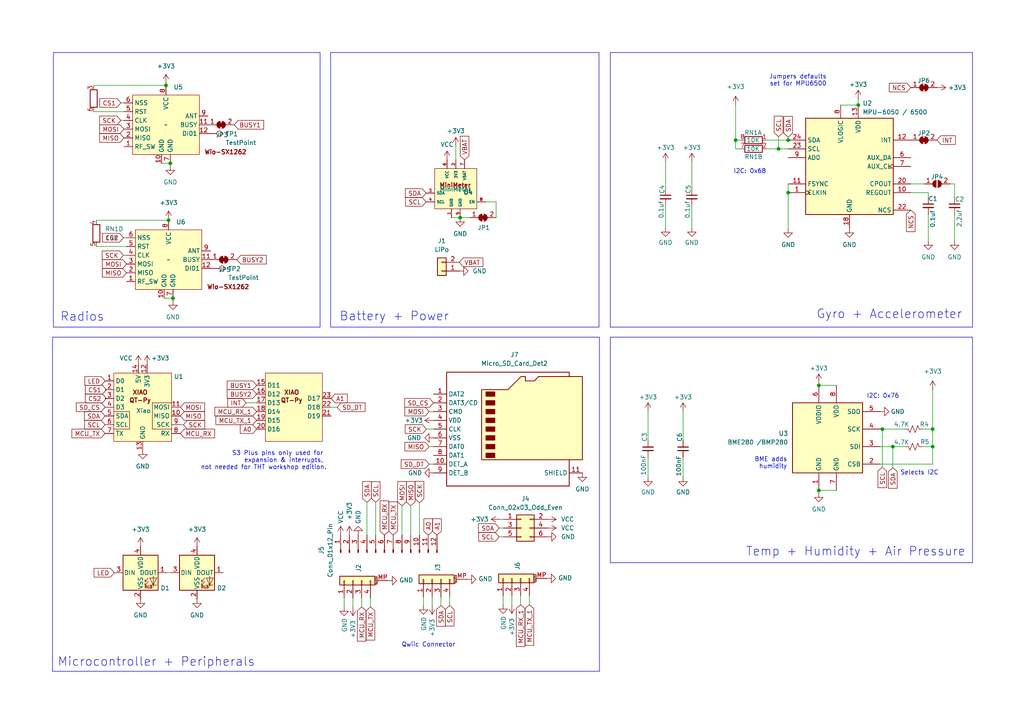
<source format=kicad_sch>
(kicad_sch (version 20250114) (generator "eeschema") (generator_version "9.0")
  (paper "A4")
  (lib_symbols
    (symbol "Connector:Conn_01x12_Pin" (pin_names (offset 1.016) (hide yes))
      (property "Reference" "J" (at 0 15.24 0))
      (property "Value" "Conn_01x12_Pin" (at 0 -17.78 0))
      (symbol "Conn_01x12_Pin_1_1"
        (pin passive line (at 5.08 12.7 180) (length 3.81) (name "Pin_1") (number "1"))
        (pin passive line (at 5.08 10.16 180) (length 3.81) (name "Pin_2") (number "2"))
        (pin passive line (at 5.08 7.62 180) (length 3.81) (name "Pin_3") (number "3"))
        (pin passive line (at 5.08 5.08 180) (length 3.81) (name "Pin_4") (number "4"))
        (pin passive line (at 5.08 2.54 180) (length 3.81) (name "Pin_5") (number "5"))
        (pin passive line (at 5.08 0 180) (length 3.81) (name "Pin_6") (number "6"))
        (pin passive line (at 5.08 -2.54 180) (length 3.81) (name "Pin_7") (number "7"))
        (pin passive line (at 5.08 -5.08 180) (length 3.81) (name "Pin_8") (number "8"))
        (pin passive line (at 5.08 -7.62 180) (length 3.81) (name "Pin_9") (number "9"))
        (pin passive line (at 5.08 -10.16 180) (length 3.81) (name "Pin_10") (number "10"))
        (pin passive line (at 5.08 -12.7 180) (length 3.81) (name "Pin_11") (number "11"))
        (pin passive line (at 5.08 -15.24 180) (length 3.81) (name "Pin_12") (number "12"))
      )
    )
    (symbol "Connector:Micro_SD_Card_Det2"
      (property "Reference" "J" (at -16.51 17.78 0))
      (property "Value" "Micro_SD_Card_Det2" (at 16.51 17.78 0))
      (symbol "Micro_SD_Card_Det2_1_1"
        (pin bidirectional line (at -22.86 10.16 0) (length 3.81) (name "DAT2") (number "1"))
        (pin bidirectional line (at -22.86 7.62 0) (length 3.81) (name "DAT3/CD") (number "2"))
        (pin input line (at -22.86 5.08 0) (length 3.81) (name "CMD") (number "3"))
        (pin power_in line (at -22.86 2.54 0) (length 3.81) (name "VDD") (number "4"))
        (pin input line (at -22.86 0 0) (length 3.81) (name "CLK") (number "5"))
        (pin power_in line (at -22.86 -2.54 0) (length 3.81) (name "VSS") (number "6"))
        (pin bidirectional line (at -22.86 -5.08 0) (length 3.81) (name "DAT0") (number "7"))
        (pin bidirectional line (at -22.86 -7.62 0) (length 3.81) (name "DAT1") (number "8"))
        (pin passive line (at -22.86 -10.16 0) (length 3.81) (name "DET_A") (number "10"))
        (pin passive line (at -22.86 -12.7 0) (length 3.81) (name "DET_B") (number "9"))
        (pin passive line (at 20.32 -12.7 180) (length 3.81) (name "SHIELD") (number "11"))
      )
    )
    (symbol "Connector:TestPoint" (pin_numbers (hide yes)) (pin_names (offset 0.762) (hide yes))
      (property "Reference" "TP" (at 0 6.858 0))
      (property "Value" "TestPoint" (at 0 5.08 0))
      (symbol "TestPoint_1_1"
        (pin passive line (at 0 0 90) (length 2.54) (name "1") (number "1"))
      )
    )
    (symbol "Connector_Generic:Conn_01x02" (pin_names (offset 1.016) (hide yes))
      (property "Reference" "J" (at 0 2.54 0))
      (property "Value" "Conn_01x02" (at 0 -5.08 0))
      (symbol "Conn_01x02_1_1"
        (pin passive line (at -5.08 0 0) (length 3.81) (name "Pin_1") (number "1"))
        (pin passive line (at -5.08 -2.54 0) (length 3.81) (name "Pin_2") (number "2"))
      )
    )
    (symbol "Connector_Generic:Conn_02x03_Odd_Even" (pin_names (offset 1.016) (hide yes))
      (property "Reference" "J" (at 1.27 5.08 0))
      (property "Value" "Conn_02x03_Odd_Even" (at 1.27 -5.08 0))
      (symbol "Conn_02x03_Odd_Even_1_1"
        (pin passive line (at -5.08 2.54 0) (length 3.81) (name "Pin_1") (number "1"))
        (pin passive line (at -5.08 0 0) (length 3.81) (name "Pin_3") (number "3"))
        (pin passive line (at -5.08 -2.54 0) (length 3.81) (name "Pin_5") (number "5"))
        (pin passive line (at 7.62 2.54 180) (length 3.81) (name "Pin_2") (number "2"))
        (pin passive line (at 7.62 0 180) (length 3.81) (name "Pin_4") (number "4"))
        (pin passive line (at 7.62 -2.54 180) (length 3.81) (name "Pin_6") (number "6"))
      )
    )
    (symbol "Connector_Generic_MountingPin:Conn_01x04_MountingPin" (pin_names (offset 1.016) (hide yes))
      (property "Reference" "J" (at 0 5.08 0))
      (property "Value" "Conn_01x04_MountingPin" (at 1.27 -7.62 0))
      (symbol "Conn_01x04_MountingPin_1_1"
        (text "Mounting" (at 0 -6.731 0) (effects (font (size 0.381 0.381))))
        (pin passive line (at -5.08 2.54 0) (length 3.81) (name "Pin_1") (number "1"))
        (pin passive line (at -5.08 0 0) (length 3.81) (name "Pin_2") (number "2"))
        (pin passive line (at -5.08 -2.54 0) (length 3.81) (name "Pin_3") (number "3"))
        (pin passive line (at -5.08 -5.08 0) (length 3.81) (name "Pin_4") (number "4"))
        (pin passive line (at 0 -10.16 90) (length 3.048) (name "MountPin") (number "MP"))
      )
    )
    (symbol "Device:C_Small" (pin_numbers (hide yes)) (pin_names (offset 0.254) (hide yes))
      (property "Reference" "C" (at 0.254 1.778 0))
      (property "Value" "C_Small" (at 0.254 -2.032 0))
      (symbol "C_Small_1_1"
        (pin passive line (at 0 2.54 270) (length 2.032) (name "~") (number "1"))
        (pin passive line (at 0 -2.54 90) (length 2.032) (name "~") (number "2"))
      )
    )
    (symbol "Device:R_Pack04_Split" (pin_names (offset 0) (hide yes))
      (property "Reference" "RN" (at 2.032 0 90))
      (property "Value" "R_Pack04_Split" (at 0 0 90))
      (symbol "R_Pack04_Split_1_1"
        (pin passive line (at 0 3.81 270) (length 1.27) (name "R1.2") (number "8"))
        (pin passive line (at 0 -3.81 90) (length 1.27) (name "R1.1") (number "1"))
      )
      (symbol "R_Pack04_Split_2_1"
        (pin passive line (at 0 3.81 270) (length 1.27) (name "R2.2") (number "7"))
        (pin passive line (at 0 -3.81 90) (length 1.27) (name "R2.1") (number "2"))
      )
      (symbol "R_Pack04_Split_3_1"
        (pin passive line (at 0 3.81 270) (length 1.27) (name "R3.2") (number "6"))
        (pin passive line (at 0 -3.81 90) (length 1.27) (name "R3.1") (number "3"))
      )
      (symbol "R_Pack04_Split_4_1"
        (pin passive line (at 0 3.81 270) (length 1.27) (name "R4.2") (number "5"))
        (pin passive line (at 0 -3.81 90) (length 1.27) (name "R4.1") (number "4"))
      )
    )
    (symbol "Device:R_Small_US" (pin_numbers (hide yes)) (pin_names (offset 0.254) (hide yes))
      (property "Reference" "R" (at 0.762 0.508 0))
      (property "Value" "R_Small_US" (at 0.762 -1.016 0))
      (symbol "R_Small_US_1_1"
        (pin passive line (at 0 2.54 270) (length 1.016) (name "~") (number "1"))
        (pin passive line (at 0 -2.54 90) (length 1.016) (name "~") (number "2"))
      )
    )
    (symbol "Jumper:SolderJumper_2_Bridged" (pin_names (offset 0) (hide yes))
      (property "Reference" "JP" (at 0 2.032 0))
      (property "Value" "SolderJumper_2_Bridged" (at 0 -2.54 0))
      (symbol "SolderJumper_2_Bridged_1_1"
        (pin passive line (at -3.81 0 0) (length 2.54) (name "A") (number "1"))
        (pin passive line (at 3.81 0 180) (length 2.54) (name "B") (number "2"))
      )
    )
    (symbol "Jumper:SolderJumper_2_Open" (pin_names (offset 0) (hide yes))
      (property "Reference" "JP" (at 0 2.032 0))
      (property "Value" "SolderJumper_2_Open" (at 0 -2.54 0))
      (symbol "SolderJumper_2_Open_1_1"
        (pin passive line (at -3.81 0 0) (length 2.54) (name "A") (number "1"))
        (pin passive line (at 3.81 0 180) (length 2.54) (name "B") (number "2"))
      )
    )
    (symbol "LED:SK6812MINI" (pin_names (offset 0.254))
      (property "Reference" "D" (at 5.08 5.715 0))
      (property "Value" "SK6812MINI" (at 1.27 -5.715 0))
      (symbol "SK6812MINI_0_0"
        (text "RGB" (at 2.286 -4.191 0) (effects (font (size 0.762 0.762))))
      )
      (symbol "SK6812MINI_1_1"
        (pin input line (at -7.62 0 0) (length 2.54) (name "DIN") (number "3"))
        (pin power_in line (at 0 7.62 270) (length 2.54) (name "VDD") (number "4"))
        (pin power_in line (at 0 -7.62 90) (length 2.54) (name "VSS") (number "2"))
        (pin output line (at 7.62 0 180) (length 2.54) (name "DOUT") (number "1"))
      )
    )
    (symbol "MicroControllers:XIAO / QT-Py ESP32"
      (property "Reference" "U1" (at 10.414 8.89 0))
      (property "Value" "Xiao" (at 0.254 -1.016 0))
      (symbol "XIAO / QT-Py ESP32_1_1"
        (text "XIAO" (at -0.762 4.318 0) (effects (font (size 1.27 1.27) (bold yes))))
        (text "QT-Py" (at -0.762 2.032 0) (effects (font (size 1.27 1.27) (bold yes))))
        (text "XIAO" (at 43.18 4.318 0) (effects (font (size 1.27 1.27) (bold yes))))
        (text "QT-Py" (at 43.18 2.032 0) (effects (font (size 1.27 1.27) (bold yes))))
        (pin bidirectional line (at -10.922 7.62 0) (length 2.54) (name "D0") (number "1"))
        (pin bidirectional line (at -10.922 5.08 0) (length 2.54) (name "D1") (number "2"))
        (pin bidirectional line (at -10.922 2.54 0) (length 2.54) (name "D2") (number "3"))
        (pin bidirectional line (at -10.922 0 0) (length 2.54) (name "D3") (number "4"))
        (pin bidirectional line (at -10.922 -2.54 0) (length 2.54) (name "SDA") (number "5"))
        (pin bidirectional line (at -10.922 -5.08 0) (length 2.54) (name "SCL") (number "6"))
        (pin bidirectional line (at -10.922 -7.62 0) (length 2.54) (name "TX") (number "7"))
        (pin power_in line (at -1.27 12.446 270) (length 2.54) (name "5V") (number "14"))
        (pin bidirectional line (at 0 -12.446 90) (length 2.54) (name "GND") (number "13"))
        (pin power_out line (at 1.27 12.446 270) (length 2.54) (name "3V3") (number "12"))
        (pin bidirectional line (at 10.922 0 180) (length 2.54) (name "MOSI") (number "11"))
        (pin bidirectional line (at 10.922 -2.54 180) (length 2.54) (name "MISO") (number "10"))
        (pin bidirectional line (at 10.922 -5.08 180) (length 2.54) (name "SCK") (number "9"))
        (pin bidirectional line (at 10.922 -7.62 180) (length 2.54) (name "RX") (number "8"))
        (pin bidirectional line (at 33.02 6.35 0) (length 2.54) (name "D11") (number "15"))
        (pin bidirectional line (at 33.02 3.81 0) (length 2.54) (name "D12") (number "16"))
        (pin bidirectional line (at 33.02 1.27 0) (length 2.54) (name "D13") (number "17"))
        (pin bidirectional line (at 33.02 -1.27 0) (length 2.54) (name "D14") (number "18"))
        (pin bidirectional line (at 33.02 -3.81 0) (length 2.54) (name "D15") (number "19"))
        (pin bidirectional line (at 33.02 -6.35 0) (length 2.54) (name "D16") (number "20"))
        (pin bidirectional line (at 54.61 2.54 180) (length 2.54) (name "D17") (number "23"))
        (pin bidirectional line (at 54.61 0 180) (length 2.54) (name "D18") (number "22"))
        (pin bidirectional line (at 54.61 -2.54 180) (length 2.54) (name "D19") (number "21"))
      )
    )
    (symbol "PicoCharge:MiniMeter"
      (property "Reference" "U" (at 3.556 -1.016 0))
      (symbol "MiniMeter_1_1"
        (text "MiniMeter" (at -4.826 1.016 0) (effects (font (size 1.27 1.27) (bold yes)) (justify left)))
        (pin input line (at -8.636 -1.27 0) (length 2.54) (name "SDA") (number "3"))
        (pin output line (at -8.636 -3.81 0) (length 2.54) (name "SCL") (number "4"))
        (pin power_in line (at -2.54 8.382 270) (length 2.54) (name "VCC") (number "6"))
        (pin passive line (at -1.27 -8.382 90) (length 2.54) (name "GND") (number "1"))
        (pin power_out line (at 0 8.382 270) (length 2.54) (name "3V3") (number "2"))
        (pin passive line (at 1.27 -8.382 90) (length 2.54) (name "GND") (number "5"))
        (pin power_in line (at 2.54 8.382 270) (length 2.54) (name "VBAT") (number "7"))
        (pin passive line (at 8.636 -3.81 180) (length 2.54) (name "EN") (number "8"))
      )
    )
    (symbol "Seeed:Wio-SX1262"
      (property "Reference" "U" (at 0 0 0))
      (symbol "Wio-SX1262_0_0"
        (pin unspecified line (at -12.192 6.35 0) (length 2.54) (name "NSS") (number "6"))
        (pin unspecified line (at -12.192 3.81 0) (length 2.54) (name "RST") (number "5"))
        (pin unspecified line (at -12.192 1.27 0) (length 2.54) (name "CLK") (number "4"))
        (pin unspecified line (at -12.192 -1.27 0) (length 2.54) (name "MOSI") (number "3"))
        (pin unspecified line (at -12.192 -3.81 0) (length 2.54) (name "MISO") (number "2"))
        (pin unspecified line (at -12.192 -6.35 0) (length 2.54) (name "RF_SW") (number "1"))
        (pin unspecified line (at -1.27 -11.176 90) (length 2.54) (name "GND") (number "10"))
        (pin power_in line (at 0 11.176 270) (length 2.54) (name "VCC") (number "8"))
        (pin power_in line (at 1.27 -11.176 90) (length 2.54) (name "GND") (number "7"))
        (pin unspecified line (at 12.192 2.54 180) (length 2.54) (name "ANT") (number "9"))
        (pin unspecified line (at 12.192 0 180) (length 2.54) (name "BUSY") (number "11"))
        (pin unspecified line (at 12.192 -2.54 180) (length 2.54) (name "DI01") (number "12"))
      )
      (symbol "Wio-SX1262_1_1"
        (text "Wio-SX1262" (at 17.272 -7.874 0) (effects (font (size 1.27 1.27) (bold yes))))
      )
    )
    (symbol "Sensor:BME280"
      (property "Reference" "U" (at -8.89 11.43 0))
      (property "Value" "BME280" (at 7.62 11.43 0))
      (symbol "BME280_1_1"
        (pin power_in line (at -2.54 15.24 270) (length 5.08) (name "VDDIO") (number "6"))
        (pin power_in line (at -2.54 -15.24 90) (length 5.08) (name "GND") (number "1"))
        (pin power_in line (at 2.54 15.24 270) (length 5.08) (name "VDD") (number "8"))
        (pin power_in line (at 2.54 -15.24 90) (length 5.08) (name "GND") (number "7"))
        (pin bidirectional line (at 15.24 7.62 180) (length 5.08) (name "SDO") (number "5"))
        (pin input line (at 15.24 2.54 180) (length 5.08) (name "SCK") (number "4"))
        (pin bidirectional line (at 15.24 -2.54 180) (length 5.08) (name "SDI") (number "3"))
        (pin input line (at 15.24 -7.62 180) (length 5.08) (name "CSB") (number "2"))
      )
    )
    (symbol "Sensor_Motion:MPU-6050"
      (property "Reference" "U2" (at 2.1941 -16.129 0))
      (property "Value" "MPU-6050" (at 2.1941 -18.669 0))
      (symbol "MPU-6050_0_0"
        (text "" (at 12.7 -2.54 0) (effects (font (size 1.27 1.27))))
      )
      (symbol "MPU-6050_1_1"
        (pin bidirectional line (at -17.78 7.62 0) (length 5.08) (name "SDA") (number "24"))
        (pin input line (at -17.78 5.08 0) (length 5.08) (name "SCL") (number "23"))
        (pin input line (at -17.78 2.54 0) (length 5.08) (name "AD0") (number "9"))
        (pin input line (at -17.78 -5.08 0) (length 5.08) (name "FSYNC") (number "11"))
        (pin input clock (at -17.78 -7.62 0) (length 5.08) (name "CLKIN") (number "1"))
        (pin no_connect line (at -12.7 12.7 0) (length 2.54) (hide yes) (name "NC") (number "2"))
        (pin no_connect line (at -12.7 10.16 0) (length 2.54) (hide yes) (name "NC") (number "3"))
        (pin no_connect line (at -12.7 0 0) (length 2.54) (hide yes) (name "NC") (number "4"))
        (pin no_connect line (at -12.7 -2.54 0) (length 2.54) (hide yes) (name "NC") (number "5"))
        (pin no_connect line (at -12.7 -10.16 0) (length 2.54) (hide yes) (name "NC") (number "14"))
        (pin power_in line (at -2.54 17.78 270) (length 3.81) (name "VLOGIC") (number "8"))
        (pin power_in line (at 0 -17.78 90) (length 3.81) (name "GND") (number "18"))
        (pin power_in line (at 2.54 17.78 270) (length 3.81) (name "VDD") (number "13"))
        (pin no_connect line (at 12.7 12.7 180) (length 2.54) (hide yes) (name "NC") (number "15"))
        (pin no_connect line (at 12.7 10.16 180) (length 2.54) (hide yes) (name "NC") (number "16"))
        (pin no_connect line (at 12.7 5.08 180) (length 2.54) (hide yes) (name "NC") (number "17"))
        (pin no_connect line (at 12.7 -2.54 180) (length 2.54) (hide yes) (name "RESV") (number "21"))
        (pin no_connect line (at 12.7 -10.16 180) (length 2.54) (hide yes) (name "RESV") (number "19"))
        (pin output line (at 17.78 7.62 180) (length 5.08) (name "INT") (number "12"))
        (pin bidirectional line (at 17.78 2.54 180) (length 5.08) (name "AUX_DA") (number "6"))
        (pin output clock (at 17.78 0 180) (length 5.08) (name "AUX_CL") (number "7"))
        (pin passive line (at 17.78 -5.08 180) (length 5.08) (name "CPOUT") (number "20"))
        (pin passive line (at 17.78 -7.62 180) (length 5.08) (name "REGOUT") (number "10"))
        (pin input line (at 17.78 -12.7 180) (length 5.08) (name "NCS") (number "22"))
      )
    )
    (symbol "Wio-SX1262_1"
      (property "Reference" "U" (at 0 0 0))
      (symbol "Wio-SX1262_1_0_0"
        (pin unspecified line (at -12.192 6.35 0) (length 2.54) (name "NSS") (number "6"))
        (pin unspecified line (at -12.192 3.81 0) (length 2.54) (name "RST") (number "5"))
        (pin unspecified line (at -12.192 1.27 0) (length 2.54) (name "CLK") (number "4"))
        (pin unspecified line (at -12.192 -1.27 0) (length 2.54) (name "MOSI") (number "3"))
        (pin unspecified line (at -12.192 -3.81 0) (length 2.54) (name "MISO") (number "2"))
        (pin unspecified line (at -12.192 -6.35 0) (length 2.54) (name "RF_SW") (number "1"))
        (pin unspecified line (at -1.27 -11.176 90) (length 2.54) (name "GND") (number "10"))
        (pin power_in line (at 0 11.176 270) (length 2.54) (name "VCC") (number "8"))
        (pin power_in line (at 1.27 -11.176 90) (length 2.54) (name "GND") (number "7"))
        (pin unspecified line (at 12.192 2.54 180) (length 2.54) (name "ANT") (number "9"))
        (pin unspecified line (at 12.192 0 180) (length 2.54) (name "BUSY") (number "11"))
        (pin unspecified line (at 12.192 -2.54 180) (length 2.54) (name "DI01") (number "12"))
      )
      (symbol "Wio-SX1262_1_1_1"
        (text "Wio-SX1262" (at 17.272 -7.874 0) (effects (font (size 1.27 1.27) (bold yes))))
      )
    )
    (symbol "power:+3V3" (power) (pin_names (offset 0))
      (property "Value" "+3V3" (at 0 3.556 0))
      (symbol "+3V3_1_1"
        (pin power_in line (at 0 0 90) (length 0) (hide yes) (name "+3V3") (number "1"))
      )
    )
    (symbol "power:GND" (power) (pin_names (offset 0))
      (property "Value" "GND" (at 0 -3.81 0))
      (symbol "GND_1_1"
        (pin power_in line (at 0 0 270) (length 0) (hide yes) (name "GND") (number "1"))
      )
    )
    (symbol "power:VCC" (power) (pin_names (offset 0))
      (property "Value" "VCC" (at 0 3.81 0))
      (symbol "VCC_1_1"
        (pin power_in line (at 0 0 90) (length 0) (hide yes) (name "VCC") (number "1"))
      )
    )
  )
  (rectangle (start 15.494 15.24) (end 92.837 94.869))
  (rectangle (start 95.885 15.24) (end 173.736 94.869))
  (text "Radios" (at 17.399 93.472 0) (effects (font (size 2.54 2.54)) (justify left bottom)))
  (text "Jumpers defaults\nset for MPU6500" (at 239.776 23.368 0) (effects (font (size 1.27 1.27)) (justify right)))
  (text "Microcontroller + Peripherals" (at 16.637 193.548 0) (effects (font (size 2.54 2.54)) (justify left bottom)))
  (text "BME adds\nhumidity" (at 228.346 134.366 0) (effects (font (size 1.27 1.27)) (justify right)))
  (text "I2C: 0x76" (at 251.333 115.697 0) (effects (font (size 1.27 1.27)) (justify left bottom)))
  (text "Gyro + Accelerometer" (at 236.728 92.71 0) (effects (font (size 2.54 2.54)) (justify left bottom)))
  (text "I2C: 0x68" (at 222.25 49.784 0) (effects (font (size 1.27 1.27)) (justify right)))
  (text "Temp + Humidity + Air Pressure" (at 216.281 161.544 0) (effects (font (size 2.54 2.54)) (justify left bottom)))
  (text "Selects I2C" (at 261.112 137.922 0) (effects (font (size 1.27 1.27)) (justify left bottom)))
  (text "Battery + Power" (at 98.425 93.345 0) (effects (font (size 2.54 2.54)) (justify left bottom)))
  (text "Qwiic Connector" (at 116.459 187.833 0) (effects (font (size 1.27 1.27)) (justify left bottom)))
  (text "S3 Plus pins only used for \nexpansion & interrupts, \nnot needed for THT workshop edition." (at 94.742 133.604 0) (effects (font (size 1.27 1.27)) (justify right)))
  (junction (at 213.36 40.64))
  (junction (at 225.806 43.18))
  (junction (at 48.133 24.765))
  (junction (at 255.905 124.46))
  (junction (at 237.49 142.24))
  (junction (at 133.477 63.119))
  (junction (at 50.165 86.487))
  (junction (at 228.6 55.88))
  (junction (at 258.953 129.54))
  (junction (at 237.49 111.76))
  (junction (at 49.403 47.371))
  (junction (at 228.6 40.64))
  (junction (at 270.51 129.54))
  (junction (at 48.895 63.881))
  (junction (at 248.92 30.48))
  (junction (at 270.51 124.46))
  (wire (pts (xy 243.84 30.48) (xy 248.92 30.48)))
  (wire (pts (xy 213.36 40.64) (xy 214.757 40.64)))
  (wire (pts (xy 213.36 30.48) (xy 213.36 40.64)))
  (wire (pts (xy 148.463 175.387) (xy 148.463 172.847)))
  (wire (pts (xy 248.92 28.702) (xy 248.92 30.48)))
  (polyline (pts (xy 15.24 194.691) (xy 173.863 194.691)))
  (wire (pts (xy 49.403 48.133) (xy 49.403 47.371)))
  (wire (pts (xy 187.96 119.38) (xy 187.96 127.635)))
  (polyline (pts (xy 15.24 97.79) (xy 15.24 194.691)))
  (wire (pts (xy 106.426 145.669) (xy 106.426 155.194)))
  (wire (pts (xy 269.24 62.23) (xy 269.24 69.85)))
  (wire (pts (xy 198.12 132.715) (xy 198.12 138.43)))
  (wire (pts (xy 48.895 63.881) (xy 48.895 64.135)))
  (wire (pts (xy 145.034 150.622) (xy 146.05 150.622)))
  (wire (pts (xy 237.49 110.998) (xy 237.49 111.76)))
  (wire (pts (xy 269.24 55.88) (xy 264.16 55.88)))
  (wire (pts (xy 269.24 57.15) (xy 269.24 55.88)))
  (polyline (pts (xy 173.863 97.79) (xy 173.863 194.691)))
  (wire (pts (xy 222.377 43.18) (xy 225.806 43.18)))
  (wire (pts (xy 71.374 116.84) (xy 74.422 116.84)))
  (wire (pts (xy 27.178 32.385) (xy 35.941 32.385)))
  (wire (pts (xy 107.442 176.022) (xy 107.442 173.482)))
  (wire (pts (xy 48.133 24.13) (xy 48.133 24.765)))
  (wire (pts (xy 35.052 34.925) (xy 35.941 34.925)))
  (wire (pts (xy 124.46 129.54) (xy 125.73 129.54)))
  (wire (pts (xy 213.36 40.64) (xy 213.36 43.18)))
  (wire (pts (xy 237.49 143.002) (xy 237.49 142.24)))
  (wire (pts (xy 102.362 176.022) (xy 102.362 173.482)))
  (wire (pts (xy 27.94 63.881) (xy 48.895 63.881)))
  (wire (pts (xy 228.6 39.751) (xy 228.6 40.64)))
  (wire (pts (xy 200.66 46.99) (xy 200.66 54.61)))
  (wire (pts (xy 276.86 53.34) (xy 275.59 53.34)))
  (polyline (pts (xy 173.863 97.79) (xy 15.24 97.79)))
  (wire (pts (xy 96.012 118.11) (xy 97.79 118.11)))
  (polyline (pts (xy 177.038 15.24) (xy 177.038 94.869)))
  (wire (pts (xy 48.133 24.765) (xy 48.133 25.019)))
  (wire (pts (xy 108.966 145.669) (xy 108.966 155.194)))
  (wire (pts (xy 130.429 175.641) (xy 130.429 173.101)))
  (wire (pts (xy 267.589 129.54) (xy 270.51 129.54)))
  (wire (pts (xy 127.889 173.101) (xy 127.889 175.641)))
  (wire (pts (xy 222.377 40.64) (xy 228.6 40.64)))
  (wire (pts (xy 237.49 142.24) (xy 242.57 142.24)))
  (wire (pts (xy 122.809 175.641) (xy 122.809 173.101)))
  (wire (pts (xy 255.27 124.46) (xy 255.905 124.46)))
  (wire (pts (xy 35.814 74.041) (xy 36.703 74.041)))
  (wire (pts (xy 246.38 66.04) (xy 246.38 66.294)))
  (wire (pts (xy 200.66 59.69) (xy 200.66 66.04)))
  (wire (pts (xy 187.96 132.715) (xy 187.96 138.43)))
  (wire (pts (xy 123.698 124.46) (xy 125.73 124.46)))
  (wire (pts (xy 255.27 134.62) (xy 270.51 134.62)))
  (wire (pts (xy 104.902 173.482) (xy 104.902 176.022)))
  (wire (pts (xy 53.213 123.19) (xy 52.324 123.19)))
  (wire (pts (xy 193.04 46.99) (xy 193.04 54.61)))
  (wire (pts (xy 237.49 111.76) (xy 242.57 111.76)))
  (wire (pts (xy 151.003 172.847) (xy 151.003 175.387)))
  (wire (pts (xy 255.905 124.46) (xy 262.509 124.46)))
  (wire (pts (xy 50.165 86.487) (xy 47.625 86.487)))
  (wire (pts (xy 125.349 175.641) (xy 125.349 173.101)))
  (wire (pts (xy 143.891 58.547) (xy 140.843 58.547)))
  (wire (pts (xy 49.403 47.371) (xy 46.863 47.371)))
  (wire (pts (xy 213.36 43.18) (xy 214.757 43.18)))
  (wire (pts (xy 255.27 129.54) (xy 258.953 129.54)))
  (wire (pts (xy 144.78 153.162) (xy 146.05 153.162)))
  (wire (pts (xy 136.271 63.119) (xy 133.477 63.119)))
  (wire (pts (xy 258.953 135.636) (xy 258.953 129.54)))
  (polyline (pts (xy 177.038 97.79) (xy 282.067 97.79)))
  (wire (pts (xy 228.6 53.34) (xy 228.6 55.88)))
  (wire (pts (xy 258.953 129.54) (xy 262.509 129.54)))
  (wire (pts (xy 228.6 66.294) (xy 228.6 55.88)))
  (wire (pts (xy 198.12 119.38) (xy 198.12 127.635)))
  (wire (pts (xy 132.207 42.418) (xy 132.207 46.355)))
  (wire (pts (xy 50.165 87.249) (xy 50.165 86.487)))
  (polyline (pts (xy 282.067 163.195) (xy 177.038 163.195)))
  (wire (pts (xy 121.666 145.796) (xy 121.666 155.194)))
  (wire (pts (xy 116.586 146.685) (xy 116.586 155.194)))
  (wire (pts (xy 255.905 135.509) (xy 255.905 124.46)))
  (wire (pts (xy 267.589 124.46) (xy 270.51 124.46)))
  (wire (pts (xy 30.861 115.57) (xy 30.48 115.57)))
  (wire (pts (xy 276.86 62.23) (xy 276.86 69.85)))
  (wire (pts (xy 193.04 59.69) (xy 193.04 66.04)))
  (wire (pts (xy 153.543 175.387) (xy 153.543 172.847)))
  (wire (pts (xy 27.94 71.501) (xy 36.703 71.501)))
  (wire (pts (xy 124.46 119.38) (xy 125.73 119.38)))
  (wire (pts (xy 225.806 43.18) (xy 228.6 43.18)))
  (wire (pts (xy 144.78 155.702) (xy 146.05 155.702)))
  (wire (pts (xy 35.052 29.845) (xy 35.941 29.845)))
  (polyline (pts (xy 177.038 94.869) (xy 282.067 94.869)))
  (wire (pts (xy 35.814 68.961) (xy 36.703 68.961)))
  (wire (pts (xy 27.178 24.765) (xy 48.133 24.765)))
  (wire (pts (xy 124.46 134.62) (xy 125.73 134.62)))
  (polyline (pts (xy 282.067 97.79) (xy 282.067 163.195)))
  (wire (pts (xy 225.806 39.624) (xy 225.806 43.18)))
  (wire (pts (xy 30.861 113.03) (xy 30.48 113.03)))
  (wire (pts (xy 130.937 63.119) (xy 133.477 63.119)))
  (wire (pts (xy 270.51 113.03) (xy 270.51 124.46)))
  (wire (pts (xy 270.51 124.46) (xy 270.51 129.54)))
  (wire (pts (xy 270.51 134.62) (xy 270.51 129.54)))
  (wire (pts (xy 267.97 53.34) (xy 264.16 53.34)))
  (wire (pts (xy 49.53 166.116) (xy 48.387 166.116)))
  (wire (pts (xy 145.923 175.387) (xy 145.923 172.847)))
  (polyline (pts (xy 282.067 94.869) (xy 282.067 15.24)))
  (wire (pts (xy 143.891 63.119) (xy 143.891 58.547)))
  (polyline (pts (xy 282.067 15.24) (xy 177.038 15.24)))
  (polyline (pts (xy 177.038 163.195) (xy 177.038 97.79)))
  (wire (pts (xy 48.895 63.754) (xy 48.895 63.881)))
  (wire (pts (xy 119.126 146.685) (xy 119.126 155.194)))
  (wire (pts (xy 99.822 176.022) (xy 99.822 173.482)))
  (wire (pts (xy 276.86 53.34) (xy 276.86 57.15)))
  (global_label "MOSI" (shape input) (at 116.586 146.685 90) (property "Intersheetrefs" "${INTERSHEET_REFS}" (effects (hide yes))))
  (global_label "MISO" (shape input) (at 35.941 40.005 180) (property "Intersheetrefs" "${INTERSHEET_REFS}" (effects (hide yes))))
  (global_label "SDA" (shape input) (at 228.6 39.751 90) (property "Intersheetrefs" "${INTERSHEET_REFS}" (effects (hide yes))))
  (global_label "A0" (shape input) (at 124.206 155.194 90) (property "Intersheetrefs" "${INTERSHEET_REFS}" (effects (hide yes))))
  (global_label "MOSI" (shape input) (at 36.703 76.581 180) (property "Intersheetrefs" "${INTERSHEET_REFS}" (effects (hide yes))))
  (global_label "NCS" (shape input) (at 264.16 25.4 180) (property "Intersheetrefs" "${INTERSHEET_REFS}" (effects (hide yes))))
  (global_label "MCU_RX" (shape input) (at 52.324 125.73 0) (property "Intersheetrefs" "${INTERSHEET_REFS}" (effects (hide yes))))
  (global_label "CS1" (shape input) (at 35.052 29.845 180) (property "Intersheetrefs" "${INTERSHEET_REFS}" (effects (hide yes))))
  (global_label "MCU_TX" (shape input) (at 107.442 176.022 270) (property "Intersheetrefs" "${INTERSHEET_REFS}" (effects (hide yes))))
  (global_label "CS1" (shape input) (at 30.861 113.03 180) (property "Intersheetrefs" "${INTERSHEET_REFS}" (effects (hide yes))))
  (global_label "BUSY1" (shape input) (at 67.945 36.195 0) (property "Intersheetrefs" "${INTERSHEET_REFS}" (effects (hide yes))))
  (global_label "SCL" (shape input) (at 225.806 39.624 90) (property "Intersheetrefs" "${INTERSHEET_REFS}" (effects (hide yes))))
  (global_label "NCS" (shape input) (at 264.16 60.96 270) (property "Intersheetrefs" "${INTERSHEET_REFS}" (effects (hide yes))))
  (global_label "MISO" (shape input) (at 36.703 79.121 180) (property "Intersheetrefs" "${INTERSHEET_REFS}" (effects (hide yes))))
  (global_label "SDA" (shape input) (at 144.78 153.162 180) (property "Intersheetrefs" "${INTERSHEET_REFS}" (effects (hide yes))))
  (global_label "BUSY1" (shape input) (at 74.422 111.76 180) (property "Intersheetrefs" "${INTERSHEET_REFS}" (effects (hide yes))))
  (global_label "MCU_RX_1" (shape input) (at 151.003 175.387 270) (property "Intersheetrefs" "${INTERSHEET_REFS}" (effects (hide yes))))
  (global_label "MCU_RX" (shape input) (at 104.902 176.022 270) (property "Intersheetrefs" "${INTERSHEET_REFS}" (effects (hide yes))))
  (global_label "MCU_TX_1" (shape input) (at 153.543 175.387 270) (property "Intersheetrefs" "${INTERSHEET_REFS}" (effects (hide yes))))
  (global_label "A0" (shape input) (at 74.422 124.46 180) (property "Intersheetrefs" "${INTERSHEET_REFS}" (effects (hide yes))))
  (global_label "SDA" (shape input) (at 258.953 135.636 270) (property "Intersheetrefs" "${INTERSHEET_REFS}" (effects (hide yes))))
  (global_label "MCU_TX" (shape input) (at 114.046 155.194 90) (property "Intersheetrefs" "${INTERSHEET_REFS}" (effects (hide yes))))
  (global_label "SCL" (shape input) (at 30.48 123.19 180) (property "Intersheetrefs" "${INTERSHEET_REFS}" (effects (hide yes))))
  (global_label "SCK" (shape input) (at 123.698 124.46 180) (property "Intersheetrefs" "${INTERSHEET_REFS}" (effects (hide yes))))
  (global_label "SCL" (shape input) (at 108.966 145.669 90) (property "Intersheetrefs" "${INTERSHEET_REFS}" (effects (hide yes))))
  (global_label "SD_DT" (shape input) (at 124.46 134.62 180) (property "Intersheetrefs" "${INTERSHEET_REFS}" (effects (hide yes))))
  (global_label "SCL" (shape input) (at 123.571 58.547 180) (property "Intersheetrefs" "${INTERSHEET_REFS}" (effects (hide yes))))
  (global_label "SCK" (shape input) (at 53.213 123.19 0) (property "Intersheetrefs" "${INTERSHEET_REFS}" (effects (hide yes))))
  (global_label "BUSY2" (shape input) (at 74.422 114.3 180) (property "Intersheetrefs" "${INTERSHEET_REFS}" (effects (hide yes))))
  (global_label "LED" (shape input) (at 33.147 166.116 180) (property "Intersheetrefs" "${INTERSHEET_REFS}" (effects (hide yes))))
  (global_label "MISO" (shape input) (at 124.46 129.54 180) (property "Intersheetrefs" "${INTERSHEET_REFS}" (effects (hide yes))))
  (global_label "MCU_RX_1" (shape input) (at 74.422 119.38 180) (property "Intersheetrefs" "${INTERSHEET_REFS}" (effects (hide yes))))
  (global_label "SDA" (shape input) (at 127.889 175.641 270) (property "Intersheetrefs" "${INTERSHEET_REFS}" (effects (hide yes))))
  (global_label "SCL" (shape input) (at 255.905 135.509 270) (property "Intersheetrefs" "${INTERSHEET_REFS}" (effects (hide yes))))
  (global_label "SCL" (shape input) (at 144.78 155.702 180) (property "Intersheetrefs" "${INTERSHEET_REFS}" (effects (hide yes))))
  (global_label "VBAT" (shape input) (at 134.747 46.355 90) (property "Intersheetrefs" "${INTERSHEET_REFS}" (effects (hide yes))))
  (global_label "SDA" (shape input) (at 123.571 56.007 180) (property "Intersheetrefs" "${INTERSHEET_REFS}" (effects (hide yes))))
  (global_label "INT" (shape input) (at 71.374 116.84 180) (property "Intersheetrefs" "${INTERSHEET_REFS}" (effects (hide yes))))
  (global_label "A1" (shape input) (at 96.012 115.57 0) (property "Intersheetrefs" "${INTERSHEET_REFS}" (effects (hide yes))))
  (global_label "MOSI" (shape input) (at 35.941 37.465 180) (property "Intersheetrefs" "${INTERSHEET_REFS}" (effects (hide yes))))
  (global_label "SCL" (shape input) (at 130.429 175.641 270) (property "Intersheetrefs" "${INTERSHEET_REFS}" (effects (hide yes))))
  (global_label "SCK" (shape input) (at 35.814 74.041 180) (property "Intersheetrefs" "${INTERSHEET_REFS}" (effects (hide yes))))
  (global_label "MCU_RX" (shape input) (at 111.506 155.194 90) (property "Intersheetrefs" "${INTERSHEET_REFS}" (effects (hide yes))))
  (global_label "LED" (shape input) (at 30.48 110.49 180) (property "Intersheetrefs" "${INTERSHEET_REFS}" (effects (hide yes))))
  (global_label "SD_DT" (shape input) (at 97.79 118.11 0) (property "Intersheetrefs" "${INTERSHEET_REFS}" (effects (hide yes))))
  (global_label "MCU_TX_1" (shape input) (at 74.422 121.92 180) (property "Intersheetrefs" "${INTERSHEET_REFS}" (effects (hide yes))))
  (global_label "SD_CS" (shape input) (at 30.48 118.11 180) (property "Intersheetrefs" "${INTERSHEET_REFS}" (effects (hide yes))))
  (global_label "SDA" (shape input) (at 30.48 120.65 180) (property "Intersheetrefs" "${INTERSHEET_REFS}" (effects (hide yes))))
  (global_label "A1" (shape input) (at 126.746 155.194 90) (property "Intersheetrefs" "${INTERSHEET_REFS}" (effects (hide yes))))
  (global_label "MCU_TX" (shape input) (at 30.48 125.73 180) (property "Intersheetrefs" "${INTERSHEET_REFS}" (effects (hide yes))))
  (global_label "INT" (shape input) (at 271.78 40.64 0) (property "Intersheetrefs" "${INTERSHEET_REFS}" (effects (hide yes))))
  (global_label "MOSI" (shape input) (at 124.46 119.38 180) (property "Intersheetrefs" "${INTERSHEET_REFS}" (effects (hide yes))))
  (global_label "SCK" (shape input) (at 35.052 34.925 180) (property "Intersheetrefs" "${INTERSHEET_REFS}" (effects (hide yes))))
  (global_label "CS2" (shape input) (at 35.814 68.961 180) (property "Intersheetrefs" "${INTERSHEET_REFS}" (effects (hide yes))))
  (global_label "MOSI" (shape input) (at 52.324 118.11 0) (property "Intersheetrefs" "${INTERSHEET_REFS}" (effects (hide yes))))
  (global_label "MISO" (shape input) (at 52.324 120.65 0) (property "Intersheetrefs" "${INTERSHEET_REFS}" (effects (hide yes))))
  (global_label "SDA" (shape input) (at 106.426 145.669 90) (property "Intersheetrefs" "${INTERSHEET_REFS}" (effects (hide yes))))
  (global_label "VBAT" (shape input) (at 133.223 76.073 0) (property "Intersheetrefs" "${INTERSHEET_REFS}" (effects (hide yes))))
  (global_label "SD_CS" (shape input) (at 125.73 116.84 180) (property "Intersheetrefs" "${INTERSHEET_REFS}" (effects (hide yes))))
  (global_label "BUSY2" (shape input) (at 68.707 75.311 0) (property "Intersheetrefs" "${INTERSHEET_REFS}" (effects (hide yes))))
  (global_label "CS2" (shape input) (at 30.861 115.57 180) (property "Intersheetrefs" "${INTERSHEET_REFS}" (effects (hide yes))))
  (global_label "SCK" (shape input) (at 121.666 145.796 90) (property "Intersheetrefs" "${INTERSHEET_REFS}" (effects (hide yes))))
  (global_label "MISO" (shape input) (at 119.126 146.685 90) (property "Intersheetrefs" "${INTERSHEET_REFS}" (effects (hide yes))))
  (symbol (lib_id "Connector_Generic:Conn_02x03_Odd_Even") (at 151.13 153.162 0) (unit 1)
    (property "Reference" "J4" (at 152.4 144.653 0))
    (property "Value" "Conn_02x03_Odd_Even" (at 152.4 147.193 0))
  )
  (symbol (lib_id "power:GND") (at 99.822 176.022 0) (unit 1)
    (property "Reference" "#PWR030" (effects (hide yes)))
    (property "Value" "GND" (at 99.949 179.2732 90) (effects (justify right)))
  )
  (symbol (lib_id "power:VCC") (at 40.132 105.664 0) (unit 1)
    (property "Reference" "#PWR028" (effects (hide yes)))
    (property "Value" "VCC" (at 36.576 103.886 0))
  )
  (symbol (lib_id "power:GND") (at 237.49 143.002 0) (unit 1)
    (property "Reference" "#PWR06" (effects (hide yes)))
    (property "Value" "GND" (at 237.49 147.701 0))
  )
  (symbol (lib_id "power:GND") (at 228.6 66.294 0) (unit 1)
    (property "Reference" "#PWR07" (effects (hide yes)))
    (property "Value" "GND" (at 228.6 70.993 0))
  )
  (symbol (lib_id "power:VCC") (at 158.75 150.622 270) (unit 1)
    (property "Reference" "#PWR037" (effects (hide yes)))
    (property "Value" "VCC" (at 162.687 150.622 90) (effects (justify left)))
  )
  (symbol (lib_id "power:GND") (at 193.04 66.04 0) (unit 1)
    (property "Reference" "#PWR012" (effects (hide yes)))
    (property "Value" "GND" (at 195.072 70.358 0) (effects (justify right)))
  )
  (symbol (lib_id "power:GND") (at 158.623 167.767 90) (unit 1)
    (property "Reference" "#PWR045" (effects (hide yes)))
    (property "Value" "GND" (at 161.8742 167.64 90) (effects (justify right)))
  )
  (symbol (lib_id "power:+3V3") (at 101.346 155.194 0) (mirror y) (unit 1)
    (property "Reference" "#PWR040" (effects (hide yes)))
    (property "Value" "+3V3" (at 101.346 150.876 90) (effects (justify left)))
  )
  (symbol (lib_id "Jumper:SolderJumper_2_Bridged") (at 64.897 75.311 0) (unit 1)
    (property "Reference" "JP5" (at 65.151 78.232 0))
    (property "Value" "SolderJumper_2_Bridged" (effects (hide yes)))
    (property "Footprint" "Jumper:SolderJumper-2_P1.3mm_Bridged_RoundedPad1.0x1.5mm" (effects (hide yes)))
  )
  (symbol (lib_id "Jumper:SolderJumper_2_Bridged") (at 267.97 25.4 0) (unit 1)
    (property "Reference" "JP6" (at 269.748 23.368 0) (effects (justify right)))
    (property "Value" "SolderJumper_2_Bridged" (effects (hide yes)))
    (property "Footprint" "Jumper:SolderJumper-2_P1.3mm_Bridged_RoundedPad1.0x1.5mm" (effects (hide yes)))
    (property "Description" "Solder Jumper, 2-pole, closed/bridged" (effects (hide yes)))
  )
  (symbol (lib_id "power:+3V3") (at 213.36 30.48 0) (unit 1)
    (property "Reference" "#PWR03" (effects (hide yes)))
    (property "Value" "+3V3" (at 213.36 25.146 0))
  )
  (symbol (lib_id "power:+3V3") (at 40.767 158.496 0) (unit 1)
    (property "Reference" "#PWR013" (effects (hide yes)))
    (property "Value" "+3V3" (at 40.767 153.543 0))
  )
  (symbol (lib_id "power:GND") (at 41.402 130.556 0) (unit 1)
    (property "Reference" "#PWR015" (effects (hide yes)))
    (property "Value" "GND" (at 41.402 135.255 0))
  )
  (symbol (lib_id "power:GND") (at 122.809 175.641 0) (unit 1)
    (property "Reference" "#PWR033" (effects (hide yes)))
    (property "Value" "GND" (at 122.936 178.8922 90) (effects (justify right)))
  )
  (symbol (lib_id "power:GND") (at 57.15 173.736 0) (unit 1)
    (property "Reference" "#PWR017" (effects (hide yes)))
    (property "Value" "GND" (at 57.15 178.435 0))
  )
  (symbol (lib_id "power:+3V3") (at 48.895 63.754 0) (unit 1)
    (property "Reference" "#PWR023" (effects (hide yes)))
    (property "Value" "+3V3" (at 48.895 58.801 0))
  )
  (symbol (lib_id "power:+3V3") (at 271.78 25.4 270) (unit 1)
    (property "Reference" "#PWR051" (effects (hide yes)))
    (property "Value" "+3V3" (at 277.622 25.4 90))
    (property "Description" "Power symbol creates a global label with name \"+3V3\"" (effects (hide yes)))
  )
  (symbol (lib_id "Device:R_Pack04_Split") (at 218.567 43.18 90) (unit 2)
    (property "Reference" "RN1" (at 218.567 45.466 90))
    (property "Value" "10K" (at 218.44 43.18 90))
    (property "Footprint" "Resistor_SMD:R_Array_Convex_4x0603" (effects (hide yes)))
  )
  (symbol (lib_id "power:GND") (at 269.24 69.85 0) (unit 1)
    (property "Reference" "#PWR05" (effects (hide yes)))
    (property "Value" "GND" (at 269.24 74.549 0))
  )
  (symbol (lib_id "Device:C_Small") (at 187.96 130.175 0) (mirror y) (unit 1)
    (property "Reference" "C3" (at 186.944 128.143 90) (effects (justify left)))
    (property "Value" "100nF" (at 186.69 137.922 90) (effects (justify left)))
    (property "Footprint" "Capacitor_SMD:C_0603_1608Metric_Pad1.08x0.95mm_HandSolder" (effects (hide yes)))
  )
  (symbol (lib_id "power:+3V3") (at 132.207 42.418 0) (unit 1)
    (property "Reference" "#PWR026" (effects (hide yes)))
    (property "Value" "+3V3" (at 132.207 37.973 0))
  )
  (symbol (lib_id "Device:R_Pack04_Split") (at 27.94 67.691 180) (unit 4)
    (property "Reference" "RN1" (at 30.48 66.4209 0) (effects (justify right)))
    (property "Value" "10K" (at 30.48 68.9609 0) (effects (justify right)))
    (property "Footprint" "Resistor_SMD:R_Array_Convex_4x0603" (effects (hide yes)))
  )
  (symbol (lib_id "power:VCC") (at 129.667 46.355 0) (unit 1)
    (property "Reference" "#PWR027" (effects (hide yes)))
    (property "Value" "VCC" (at 129.667 41.91 0))
  )
  (symbol (lib_id "power:GND") (at 49.403 48.133 0) (unit 1)
    (property "Reference" "#PWR022" (effects (hide yes)))
    (property "Value" "GND" (at 49.403 52.832 0))
  )
  (symbol (lib_id "power:GND") (at 112.522 168.402 90) (unit 1)
    (property "Reference" "#PWR032" (effects (hide yes)))
    (property "Value" "GND" (at 115.7732 168.275 90) (effects (justify right)))
  )
  (symbol (lib_id "LED:SK6812MINI") (at 57.15 166.116 0) (unit 1)
    (property "Reference" "D2" (at 64.262 170.561 0))
    (property "Value" "SK6812MINI" (effects (hide yes)))
    (property "Footprint" "LED_SMD:LED_SK6812MINI_PLCC4_3.5x3.5mm_P1.75mm" (effects (hide yes)))
    (property "Datasheet" "https://cdn-shop.adafruit.com/product-files/2686/SK6812MINI_REV.01-1-2.pdf" (effects (hide yes)))
  )
  (symbol (lib_id "MicroControllers:XIAO / QT-Py ESP32") (at 41.402 118.11 0) (unit 1)
    (property "Reference" "U1" (at 51.816 109.22 0))
    (property "Value" "Xiao" (at 41.656 119.126 0))
    (property "Footprint" "LyndLabs Footprints:XIAO-Generic" (effects (hide yes)))
  )
  (symbol (lib_id "power:+3V3") (at 42.672 105.664 0) (unit 1)
    (property "Reference" "#PWR08" (effects (hide yes)))
    (property "Value" "+3V3" (at 46.482 103.886 0))
  )
  (symbol (lib_id "power:+3V3") (at 57.15 158.496 0) (unit 1)
    (property "Reference" "#PWR016" (effects (hide yes)))
    (property "Value" "+3V3" (at 57.15 153.543 0))
  )
  (symbol (lib_id "PicoCharge:MiniMeter") (at 132.207 54.737 0) (unit 1) (in_bom no)
    (property "Reference" "U4" (at 135.763 55.753 0) (effects (font (bold yes))))
    (property "Value" "MiniMeter" (at 132.08 54.864 0))
  )
  (symbol (lib_id "power:+3V3") (at 193.04 46.99 0) (unit 1)
    (property "Reference" "#PWR018" (effects (hide yes)))
    (property "Value" "+3V3" (at 193.04 42.799 0))
  )
  (symbol (lib_id "Connector:TestPoint") (at 61.087 77.851 270) (unit 1)
    (property "Reference" "TP2" (at 66.167 77.978 90) (effects (justify left)))
    (property "Value" "TestPoint" (at 66.167 80.518 90) (effects (justify left)))
  )
  (symbol (lib_id "power:+3V3") (at 237.49 110.998 0) (unit 1)
    (property "Reference" "#PWR09" (effects (hide yes)))
    (property "Value" "+3V3" (at 237.49 106.807 0))
  )
  (symbol (lib_id "Device:C_Small") (at 193.04 57.15 0) (mirror y) (unit 1)
    (property "Reference" "C4" (at 192.024 56.261 90) (effects (justify left)))
    (property "Value" "0.1uf" (at 191.77 63.373 90) (effects (justify left)))
    (property "Footprint" "Capacitor_SMD:C_0603_1608Metric_Pad1.08x0.95mm_HandSolder" (effects (hide yes)))
  )
  (symbol (lib_id "Connector_Generic_MountingPin:Conn_01x04_MountingPin") (at 102.362 168.402 90) (unit 1)
    (property "Reference" "J2" (at 103.9876 165.989 0) (effects (justify left)))
    (property "Value" "Conn_01x04_MountingPin" (effects (hide yes)))
  )
  (symbol (lib_id "power:GND") (at 135.509 168.021 90) (unit 1)
    (property "Reference" "#PWR035" (effects (hide yes)))
    (property "Value" "GND" (at 138.7602 167.894 90) (effects (justify right)))
  )
  (symbol (lib_id "power:GND") (at 50.165 87.249 0) (unit 1)
    (property "Reference" "#PWR024" (effects (hide yes)))
    (property "Value" "GND" (at 50.165 91.948 0))
  )
  (symbol (lib_name "Wio-SX1262_1") (lib_id "Seeed:Wio-SX1262") (at 48.133 36.195 0) (unit 1)
    (property "Reference" "U5" (at 50.3271 25.273 0) (effects (justify left)))
    (property "Value" "~" (at 48.133 36.195 0))
  )
  (symbol (lib_id "power:GND") (at 145.923 175.387 0) (unit 1)
    (property "Reference" "#PWR043" (effects (hide yes)))
    (property "Value" "GND" (at 146.05 178.6382 90) (effects (justify right)))
  )
  (symbol (lib_id "Connector_Generic_MountingPin:Conn_01x04_MountingPin") (at 125.349 168.021 90) (unit 1)
    (property "Reference" "J3" (at 126.9746 165.862 0) (effects (justify left)))
    (property "Value" "Conn_01x04_MountingPin" (effects (hide yes)))
  )
  (symbol (lib_id "Device:R_Small_US") (at 265.049 124.46 90) (mirror x) (unit 1)
    (property "Reference" "R4" (at 268.097 123.063 90))
    (property "Value" "4.7K" (at 261.493 123.063 90))
    (property "Footprint" "Resistor_SMD:R_0603_1608Metric" (effects (hide yes)))
  )
  (symbol (lib_id "Jumper:SolderJumper_2_Bridged") (at 64.135 36.195 0) (unit 1)
    (property "Reference" "JP3" (at 64.389 39.116 0))
    (property "Value" "SolderJumper_2_Bridged" (effects (hide yes)))
    (property "Footprint" "Jumper:SolderJumper-2_P1.3mm_Bridged_RoundedPad1.0x1.5mm" (effects (hide yes)))
  )
  (symbol (lib_id "power:GND") (at 187.96 138.43 0) (unit 1)
    (property "Reference" "#PWR020" (effects (hide yes)))
    (property "Value" "GND" (at 189.992 142.748 0) (effects (justify right)))
  )
  (symbol (lib_id "Sensor_Motion:MPU-6050") (at 246.38 48.26 0) (unit 1)
    (property "Reference" "U2" (at 250.19 29.972 0) (effects (justify left)))
    (property "Value" "MPU-6050 / 6500" (at 250.19 32.512 0) (effects (justify left)))
    (property "Footprint" "Sensor_Motion:InvenSense_QFN-24_4x4mm_P0.5mm" (effects (hide yes)))
    (property "Datasheet" "https://invensense.tdk.com/wp-content/uploads/2015/02/MPU-6000-Datasheet1.pdf" (effects (hide yes)))
  )
  (symbol (lib_id "Device:R_Pack04_Split") (at 27.178 28.575 180) (unit 3)
    (property "Reference" "RN1" (effects (hide yes)))
    (property "Value" "10K" (effects (hide yes)))
    (property "Footprint" "Resistor_SMD:R_Array_Convex_4x0603" (effects (hide yes)))
  )
  (symbol (lib_id "power:+3V3") (at 248.92 28.702 0) (unit 1)
    (property "Reference" "#PWR02" (effects (hide yes)))
    (property "Value" "+3V3" (at 248.92 24.511 0))
  )
  (symbol (lib_id "Device:R_Small_US") (at 265.049 129.54 270) (mirror x) (unit 1)
    (property "Reference" "R5" (at 268.224 128.143 90))
    (property "Value" "4.7K" (at 261.493 128.27 90))
    (property "Footprint" "Resistor_SMD:R_0603_1608Metric" (effects (hide yes)))
  )
  (symbol (lib_id "power:GND") (at 255.27 119.38 90) (unit 1)
    (property "Reference" "#PWR010" (effects (hide yes)))
    (property "Value" "GND" (at 258.318 119.38 90) (effects (justify right)))
  )
  (symbol (lib_id "power:GND") (at 125.73 137.16 270) (unit 1)
    (property "Reference" "#PWR054" (effects (hide yes)))
    (property "Value" "GND" (at 122.428 137.16 90) (effects (justify right)))
  )
  (symbol (lib_id "power:GND") (at 168.91 137.16 0) (unit 1)
    (property "Reference" "#PWR047" (effects (hide yes)))
    (property "Value" "GND" (at 168.91 141.859 0))
  )
  (symbol (lib_id "power:GND") (at 158.75 155.702 90) (unit 1)
    (property "Reference" "#PWR038" (effects (hide yes)))
    (property "Value" "GND" (at 162.687 155.702 90) (effects (justify right)))
  )
  (symbol (lib_id "Device:C_Small") (at 276.86 59.69 0) (unit 1)
    (property "Reference" "C2" (at 276.987 57.785 0) (effects (justify left)))
    (property "Value" "2.2uf" (at 278.257 65.913 90) (effects (justify left)))
    (property "Footprint" "Capacitor_SMD:C_0603_1608Metric_Pad1.08x0.95mm_HandSolder" (effects (hide yes)))
  )
  (symbol (lib_id "power:+3V3") (at 270.51 113.03 0) (mirror y) (unit 1)
    (property "Reference" "#PWR011" (effects (hide yes)))
    (property "Value" "+3V3" (at 270.51 107.696 0))
  )
  (symbol (lib_id "power:+3V3") (at 187.96 119.38 0) (unit 1)
    (property "Reference" "#PWR019" (effects (hide yes)))
    (property "Value" "+3V3" (at 187.96 115.189 0))
  )
  (symbol (lib_id "Connector:Micro_SD_Card_Det2") (at 148.59 124.46 0) (unit 1)
    (property "Reference" "J7" (at 149.225 102.87 0))
    (property "Value" "Micro_SD_Card_Det2" (at 149.225 105.41 0))
    (property "Datasheet" "https://www.hirose.com/en/product/document?clcode=&productname=&series=DM3&documenttype=Catalog&lang=en&documentid=D49662_en" (effects (hide yes)))
    (property "Description" "Micro SD Card Socket with two card detection pins" (effects (hide yes)))
  )
  (symbol (lib_id "power:+3V3") (at 198.12 119.38 0) (unit 1)
    (property "Reference" "#PWR052" (effects (hide yes)))
    (property "Value" "+3V3" (at 198.12 115.189 0))
  )
  (symbol (lib_id "power:+3V3") (at 125.73 121.92 90) (unit 1)
    (property "Reference" "#PWR046" (effects (hide yes)))
    (property "Value" "+3V3" (at 122.682 121.9199 90) (effects (justify left)))
  )
  (symbol (lib_id "power:GND") (at 133.477 63.119 0) (unit 1)
    (property "Reference" "#PWR025" (effects (hide yes)))
    (property "Value" "GND" (at 133.477 67.818 0))
  )
  (symbol (lib_id "power:GND") (at 103.886 155.194 180) (unit 1)
    (property "Reference" "#PWR042" (effects (hide yes)))
    (property "Value" "GND" (at 103.886 152.019 90) (effects (justify right)))
  )
  (symbol (lib_id "Connector:TestPoint") (at 60.325 38.735 270) (unit 1)
    (property "Reference" "TP1" (at 65.405 38.862 90) (effects (justify left)))
    (property "Value" "TestPoint" (at 65.405 41.402 90) (effects (justify left)))
    (property "Footprint" "Jumper:SolderJumper-2_P1.3mm_Open_RoundedPad1.0x1.5mm" (effects (hide yes)))
  )
  (symbol (lib_id "power:GND") (at 246.38 66.294 0) (unit 1)
    (property "Reference" "#PWR01" (effects (hide yes)))
    (property "Value" "GND" (at 246.38 70.993 0))
  )
  (symbol (lib_id "Connector_Generic_MountingPin:Conn_01x04_MountingPin") (at 148.463 167.767 90) (unit 1)
    (property "Reference" "J6" (at 150.0886 165.354 0) (effects (justify left)))
    (property "Value" "Conn_01x04_MountingPin" (effects (hide yes)))
  )
  (symbol (lib_id "power:+3V3") (at 48.133 24.13 0) (unit 1)
    (property "Reference" "#PWR021" (effects (hide yes)))
    (property "Value" "+3V3" (at 48.133 19.177 0))
  )
  (symbol (lib_id "Sensor:BME280") (at 240.03 127 0) (unit 1)
    (property "Reference" "U3" (at 228.6 125.7299 0) (effects (justify right)))
    (property "Value" "BME280 /BMP280" (at 228.6 128.2699 0) (effects (justify right)))
    (property "Footprint" "Package_LGA:Bosch_LGA-8_2.5x2.5mm_P0.65mm_ClockwisePinNumbering" (effects (hide yes)))
    (property "Datasheet" "https://www.bosch-sensortec.com/media/boschsensortec/downloads/datasheets/bst-bme280-ds002.pdf" (effects (hide yes)))
  )
  (symbol (lib_id "power:+3V3") (at 102.362 176.022 180) (unit 1)
    (property "Reference" "#PWR031" (effects (hide yes)))
    (property "Value" "+3V3" (at 102.362 179.832 90) (effects (justify left)))
  )
  (symbol (lib_id "power:GND") (at 200.66 66.04 0) (unit 1)
    (property "Reference" "#PWR050" (effects (hide yes)))
    (property "Value" "GND" (at 202.692 70.358 0) (effects (justify right)))
  )
  (symbol (lib_id "power:+3V3") (at 125.349 175.641 180) (unit 1)
    (property "Reference" "#PWR034" (effects (hide yes)))
    (property "Value" "+3V3" (at 125.349 179.451 90) (effects (justify left)))
  )
  (symbol (lib_id "Jumper:SolderJumper_2_Bridged") (at 267.97 40.64 0) (unit 1)
    (property "Reference" "JP2" (at 267.97 38.608 0))
    (property "Value" "SolderJumper_2_Bridged" (effects (hide yes)))
    (property "Footprint" "Jumper:SolderJumper-2_P1.3mm_Bridged_RoundedPad1.0x1.5mm" (effects (hide yes)))
  )
  (symbol (lib_id "power:+3V3") (at 148.463 175.387 180) (unit 1)
    (property "Reference" "#PWR044" (effects (hide yes)))
    (property "Value" "+3V3" (at 148.463 179.197 90) (effects (justify left)))
  )
  (symbol (lib_id "Device:R_Pack04_Split") (at 218.567 40.64 90) (unit 1)
    (property "Reference" "RN1" (at 218.44 38.481 90))
    (property "Value" "10K" (at 218.44 40.64 90))
    (property "Footprint" "Resistor_SMD:R_Array_Convex_4x0603" (effects (hide yes)))
  )
  (symbol (lib_id "power:GND") (at 125.73 127 270) (unit 1)
    (property "Reference" "#PWR048" (effects (hide yes)))
    (property "Value" "GND" (at 122.174 126.9999 90) (effects (justify right)))
  )
  (symbol (lib_id "power:GND") (at 133.223 78.613 90) (unit 1)
    (property "Reference" "#PWR029" (effects (hide yes)))
    (property "Value" "GND" (at 137.033 78.613 90) (effects (justify right)))
  )
  (symbol (lib_id "Connector_Generic:Conn_01x02") (at 128.143 78.613 180) (unit 1) (in_bom no)
    (property "Reference" "J1" (at 128.143 69.85 0))
    (property "Value" "LiPo" (at 128.143 72.39 0))
  )
  (symbol (lib_id "LED:SK6812MINI") (at 40.767 166.116 0) (unit 1)
    (property "Reference" "D1" (at 47.879 170.561 0))
    (property "Value" "SK6812MINI" (effects (hide yes)))
    (property "Footprint" "LED_SMD:LED_SK6812MINI_PLCC4_3.5x3.5mm_P1.75mm" (effects (hide yes)))
    (property "Datasheet" "https://cdn-shop.adafruit.com/product-files/2686/SK6812MINI_REV.01-1-2.pdf" (effects (hide yes)))
  )
  (symbol (lib_id "Device:C_Small") (at 198.12 130.175 0) (mirror y) (unit 1)
    (property "Reference" "C6" (at 197.104 128.143 90) (effects (justify left)))
    (property "Value" "100nF" (at 196.85 138.176 90) (effects (justify left)))
    (property "Footprint" "Capacitor_SMD:C_0603_1608Metric_Pad1.08x0.95mm_HandSolder" (effects (hide yes)))
  )
  (symbol (lib_id "power:VCC") (at 158.75 153.162 270) (unit 1)
    (property "Reference" "#PWR039" (effects (hide yes)))
    (property "Value" "VCC" (at 162.687 153.162 90) (effects (justify left)))
  )
  (symbol (lib_id "power:GND") (at 276.86 69.85 0) (unit 1)
    (property "Reference" "#PWR04" (effects (hide yes)))
    (property "Value" "GND" (at 276.86 74.549 0))
  )
  (symbol (lib_id "Device:C_Small") (at 200.66 57.15 0) (mirror y) (unit 1)
    (property "Reference" "C5" (at 199.644 56.261 90) (effects (justify left)))
    (property "Value" "0.1uf" (at 199.39 63.373 90) (effects (justify left)))
    (property "Footprint" "Capacitor_SMD:C_0603_1608Metric_Pad1.08x0.95mm_HandSolder" (effects (hide yes)))
  )
  (symbol (lib_id "power:+3V3") (at 200.66 46.99 0) (unit 1)
    (property "Reference" "#PWR049" (effects (hide yes)))
    (property "Value" "+3V3" (at 200.66 42.799 0))
  )
  (symbol (lib_id "Device:C_Small") (at 269.24 59.69 0) (unit 1)
    (property "Reference" "C1" (at 269.24 57.658 0) (effects (justify left)))
    (property "Value" "0.1uf" (at 270.51 66.04 90) (effects (justify left)))
    (property "Footprint" "Capacitor_SMD:C_0603_1608Metric_Pad1.08x0.95mm_HandSolder" (effects (hide yes)))
  )
  (symbol (lib_id "power:+3V3") (at 145.034 150.622 90) (unit 1)
    (property "Reference" "#PWR036" (effects (hide yes)))
    (property "Value" "+3V3" (at 141.732 150.622 90) (effects (justify left)))
  )
  (symbol (lib_id "Connector:Conn_01x12_Pin") (at 111.506 160.274 90) (unit 1)
    (property "Reference" "J5" (at 93.218 159.639 0))
    (property "Value" "Conn_01x12_Pin" (at 95.758 159.639 0))
  )
  (symbol (lib_id "power:GND") (at 40.767 173.736 0) (unit 1)
    (property "Reference" "#PWR014" (effects (hide yes)))
    (property "Value" "GND" (at 40.767 178.435 0))
  )
  (symbol (lib_id "Seeed:Wio-SX1262") (at 48.895 75.311 0) (unit 1)
    (property "Reference" "U6" (at 51.0891 64.389 0) (effects (justify left)))
    (property "Value" "~" (at 48.895 75.311 0))
  )
  (symbol (lib_id "power:GND") (at 198.12 138.43 0) (unit 1)
    (property "Reference" "#PWR053" (effects (hide yes)))
    (property "Value" "GND" (at 200.152 142.748 0) (effects (justify right)))
  )
  (symbol (lib_id "power:VCC") (at 98.806 155.194 0) (mirror y) (unit 1)
    (property "Reference" "#PWR041" (effects (hide yes)))
    (property "Value" "VCC" (at 98.806 151.892 90) (effects (justify left)))
  )
  (symbol (lib_id "Jumper:SolderJumper_2_Open") (at 271.78 53.34 0) (unit 1)
    (property "Reference" "JP4" (at 271.78 51.308 0))
    (property "Value" "SolderJumper_2_Open" (effects (hide yes)))
    (property "Footprint" "Jumper:SolderJumper-2_P1.3mm_Open_RoundedPad1.0x1.5mm" (effects (hide yes)))
    (property "Description" "Solder Jumper, 2-pole, open" (effects (hide yes)))
  )
  (symbol (lib_id "Jumper:SolderJumper_2_Bridged") (at 140.081 63.119 0) (unit 1)
    (property "Reference" "JP1" (at 140.335 66.04 0))
    (property "Value" "SolderJumper_2_Bridged" (effects (hide yes)))
    (property "Footprint" "Jumper:SolderJumper-2_P1.3mm_Bridged_RoundedPad1.0x1.5mm" (effects (hide yes)))
  )
)
</source>
